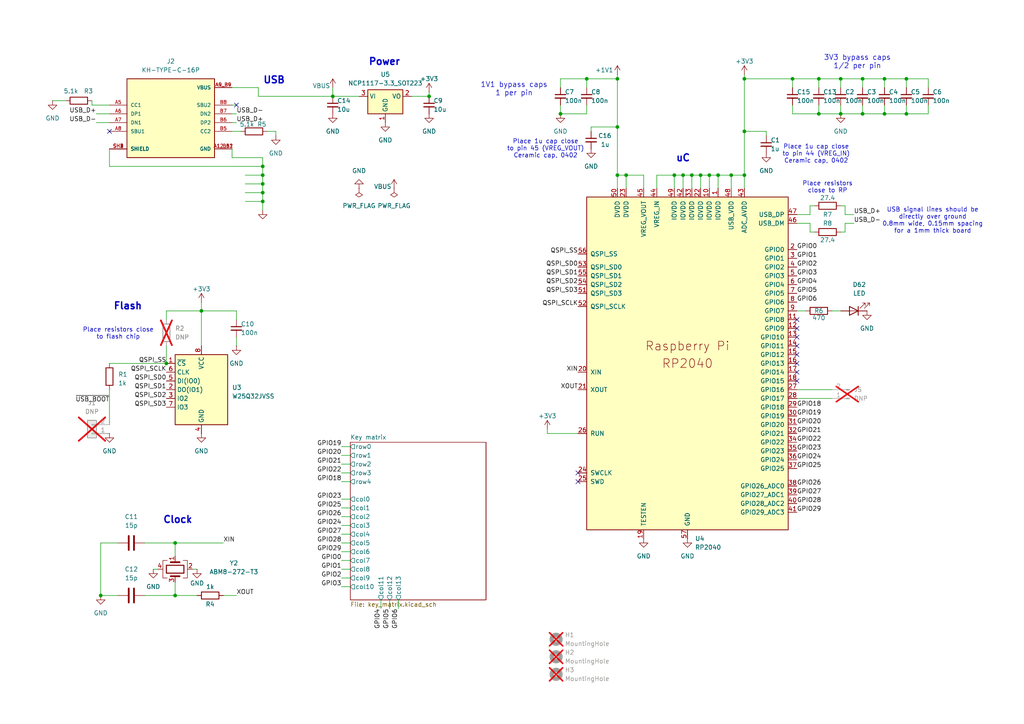
<source format=kicad_sch>
(kicad_sch (version 20231120) (generator "eeschema") (generator_version "8.0")
  (paper "A4")
  (title_block (title "Keyboard MK1") (date "2024-03-18") (rev "1") (company "Lard co"))
  (lib_symbols
    (symbol "Connector:Conn_01x02_Pin" (pin_names (offset 1.016) hide)
      (property "Reference" "J" (at 0 2.54 0))
      (property "Value" "Conn_01x02_Pin" (at 0 -5.08 0))
      (symbol "Conn_01x02_Pin_1_1"
        (polyline (pts (xy 1.27 -2.54) (xy 0.8636 -2.54)) (stroke (width 0.1524)))
        (polyline (pts (xy 1.27 0) (xy 0.8636 0)) (stroke (width 0.1524)))
        (rectangle (start 0.8636 -2.413) (end 0 -2.667) (stroke (width 0.1524)) (fill (type outline)))
        (rectangle (start 0.8636 0.127) (end 0 -0.127) (stroke (width 0.1524)) (fill (type outline)))
        (pin passive line (at 5.08 0 180) (length 3.81) (name "Pin_1") (number "1"))
        (pin passive line (at 5.08 -2.54 180) (length 3.81) (name "Pin_2") (number "2"))
      )
    )
    (symbol "Connector_Generic:Conn_01x02" (pin_names (offset 1.016) hide)
      (property "Reference" "J" (at 0 2.54 0))
      (property "Value" "Conn_01x02" (at 0 -5.08 0))
      (symbol "Conn_01x02_1_1"
        (rectangle (start -1.27 -2.413) (end 0 -2.667) (stroke (width 0.1524)))
        (rectangle (start -1.27 0.127) (end 0 -0.127) (stroke (width 0.1524)))
        (rectangle (start -1.27 1.27) (end 1.27 -3.81) (stroke (width 0.254)) (fill (type background)))
        (pin passive line (at -5.08 0 0) (length 3.81) (name "Pin_1") (number "1"))
        (pin passive line (at -5.08 -2.54 0) (length 3.81) (name "Pin_2") (number "2"))
      )
    )
    (symbol "Device:C" (pin_numbers hide) (pin_names (offset 0.254))
      (property "Reference" "C" (at 0.635 2.54 0))
      (property "Value" "C" (at 0.635 -2.54 0))
      (symbol "C_0_1"
        (polyline (pts (xy -2.032 -0.762) (xy 2.032 -0.762)) (stroke (width 0.508)))
        (polyline (pts (xy -2.032 0.762) (xy 2.032 0.762)) (stroke (width 0.508)))
      )
      (symbol "C_1_1"
        (pin passive line (at 0 3.81 270) (length 2.794) (name "~") (number "1"))
        (pin passive line (at 0 -3.81 90) (length 2.794) (name "~") (number "2"))
      )
    )
    (symbol "Device:C_Small" (pin_numbers hide) (pin_names (offset 0.254) hide)
      (property "Reference" "C" (at 0.254 1.778 0))
      (property "Value" "C_Small" (at 0.254 -2.032 0))
      (symbol "C_Small_0_1"
        (polyline (pts (xy -1.524 -0.508) (xy 1.524 -0.508)) (stroke (width 0.3302)))
        (polyline (pts (xy -1.524 0.508) (xy 1.524 0.508)) (stroke (width 0.3048)))
      )
      (symbol "C_Small_1_1"
        (pin passive line (at 0 2.54 270) (length 2.032) (name "~") (number "1"))
        (pin passive line (at 0 -2.54 90) (length 2.032) (name "~") (number "2"))
      )
    )
    (symbol "Device:Crystal_GND24" (pin_names (offset 1.016) hide)
      (property "Reference" "Y" (at 3.175 5.08 0))
      (property "Value" "Crystal_GND24" (at 3.175 3.175 0))
      (symbol "Crystal_GND24_0_1"
        (rectangle (start -1.143 2.54) (end 1.143 -2.54) (stroke (width 0.3048)))
        (polyline (pts (xy -2.54 0) (xy -2.032 0)))
        (polyline (pts (xy -2.032 -1.27) (xy -2.032 1.27)) (stroke (width 0.508)))
        (polyline (pts (xy 0 -3.81) (xy 0 -3.556)))
        (polyline (pts (xy 0 3.556) (xy 0 3.81)))
        (polyline (pts (xy 2.032 -1.27) (xy 2.032 1.27)) (stroke (width 0.508)))
        (polyline (pts (xy 2.032 0) (xy 2.54 0)))
        (polyline (pts (xy -2.54 -2.286) (xy -2.54 -3.556) (xy 2.54 -3.556) (xy 2.54 -2.286)))
        (polyline (pts (xy -2.54 2.286) (xy -2.54 3.556) (xy 2.54 3.556) (xy 2.54 2.286)))
      )
      (symbol "Crystal_GND24_1_1"
        (pin passive line (at -3.81 0 0) (length 1.27) (name "1") (number "1"))
        (pin passive line (at 0 5.08 270) (length 1.27) (name "2") (number "2"))
        (pin passive line (at 3.81 0 180) (length 1.27) (name "3") (number "3"))
        (pin passive line (at 0 -5.08 90) (length 1.27) (name "4") (number "4"))
      )
    )
    (symbol "Device:LED" (pin_numbers hide) (pin_names (offset 1.016) hide)
      (property "Reference" "D" (at 0 2.54 0))
      (property "Value" "LED" (at 0 -2.54 0))
      (symbol "LED_0_1"
        (polyline (pts (xy -1.27 -1.27) (xy -1.27 1.27)) (stroke (width 0.254)))
        (polyline (pts (xy -1.27 0) (xy 1.27 0)))
        (polyline (pts (xy 1.27 -1.27) (xy 1.27 1.27) (xy -1.27 0) (xy 1.27 -1.27)) (stroke (width 0.254)))
        (polyline (pts (xy -3.048 -0.762) (xy -4.572 -2.286) (xy -3.81 -2.286) (xy -4.572 -2.286) (xy -4.572 -1.524)))
        (polyline (pts (xy -1.778 -0.762) (xy -3.302 -2.286) (xy -2.54 -2.286) (xy -3.302 -2.286) (xy -3.302 -1.524)))
      )
      (symbol "LED_1_1"
        (pin passive line (at -3.81 0 0) (length 2.54) (name "K") (number "1"))
        (pin passive line (at 3.81 0 180) (length 2.54) (name "A") (number "2"))
      )
    )
    (symbol "Device:R" (pin_numbers hide) (pin_names (offset 0))
      (property "Reference" "R" (at 2.032 0 90))
      (property "Value" "R" (at 0 0 90))
      (symbol "R_0_1"
        (rectangle (start -1.016 -2.54) (end 1.016 2.54) (stroke (width 0.254)))
      )
      (symbol "R_1_1"
        (pin passive line (at 0 3.81 270) (length 1.27) (name "~") (number "1"))
        (pin passive line (at 0 -3.81 90) (length 1.27) (name "~") (number "2"))
      )
    )
    (symbol "KH-TYPE-C-16P:KH-TYPE-C-16P" (pin_names (offset 1.016))
      (property "Reference" "J" (at -12.7 10.922 0))
      (property "Value" "KH-TYPE-C-16P" (at -12.7 -15.24 0))
      (symbol "KH-TYPE-C-16P_0_0"
        (rectangle (start -12.7 -12.7) (end 12.7 10.16) (stroke (width 0.254)) (fill (type background)))
        (pin power_in line (at 17.78 -10.16 180) (length 5.08) (name "GND") (number "A12_B1"))
        (pin power_in line (at 17.78 -10.16 180) (length 5.08) (name "GND") (number "A1_B12"))
        (pin power_in line (at 17.78 7.62 180) (length 5.08) (name "VBUS") (number "A4_B9"))
        (pin bidirectional line (at -17.78 2.54 0) (length 5.08) (name "CC1") (number "A5"))
        (pin bidirectional line (at -17.78 0 0) (length 5.08) (name "DP1") (number "A6"))
        (pin bidirectional line (at -17.78 -2.54 0) (length 5.08) (name "DN1") (number "A7"))
        (pin bidirectional line (at -17.78 -5.08 0) (length 5.08) (name "SBU1") (number "A8"))
        (pin power_in line (at 17.78 7.62 180) (length 5.08) (name "VBUS") (number "A9_B4"))
        (pin bidirectional line (at 17.78 -5.08 180) (length 5.08) (name "CC2") (number "B5"))
        (pin bidirectional line (at 17.78 -2.54 180) (length 5.08) (name "DP2") (number "B6"))
        (pin bidirectional line (at 17.78 0 180) (length 5.08) (name "DN2") (number "B7"))
        (pin bidirectional line (at 17.78 2.54 180) (length 5.08) (name "SBU2") (number "B8"))
        (pin passive line (at -17.78 -10.16 0) (length 5.08) (name "SHIELD") (number "SH1"))
        (pin passive line (at -17.78 -10.16 0) (length 5.08) (name "SHIELD") (number "SH2"))
        (pin passive line (at -17.78 -10.16 0) (length 5.08) (name "SHIELD") (number "SH3"))
        (pin passive line (at -17.78 -10.16 0) (length 5.08) (name "SHIELD") (number "SH4"))
      )
    )
    (symbol "MCU_RaspberryPi_RP2040:RP2040" (pin_names (offset 1.016))
      (property "Reference" "U" (at -29.21 49.53 0))
      (property "Value" "RP2040" (at 24.13 -49.53 0))
      (symbol "RP2040_0_0"
        (text "Raspberry Pi" (at 0 5.08 0) (effects (font (size 2.54 2.54))))
        (text "RP2040" (at 0 0 0) (effects (font (size 2.54 2.54))))
      )
      (symbol "RP2040_0_1"
        (rectangle (start 29.21 48.26) (end -29.21 -48.26) (stroke (width 0.254)) (fill (type background)))
      )
      (symbol "RP2040_1_1"
        (pin power_in line (at 8.89 50.8 270) (length 2.54) (name "IOVDD") (number "1"))
        (pin power_in line (at 6.35 50.8 270) (length 2.54) (name "IOVDD") (number "10"))
        (pin bidirectional line (at 31.75 12.7 180) (length 2.54) (name "GPIO8") (number "11"))
        (pin bidirectional line (at 31.75 10.16 180) (length 2.54) (name "GPIO9") (number "12"))
        (pin bidirectional line (at 31.75 7.62 180) (length 2.54) (name "GPIO10") (number "13"))
        (pin bidirectional line (at 31.75 5.08 180) (length 2.54) (name "GPIO11") (number "14"))
        (pin bidirectional line (at 31.75 2.54 180) (length 2.54) (name "GPIO12") (number "15"))
        (pin bidirectional line (at 31.75 0 180) (length 2.54) (name "GPIO13") (number "16"))
        (pin bidirectional line (at 31.75 -2.54 180) (length 2.54) (name "GPIO14") (number "17"))
        (pin bidirectional line (at 31.75 -5.08 180) (length 2.54) (name "GPIO15") (number "18"))
        (pin passive line (at -12.7 -50.8 90) (length 2.54) (name "TESTEN") (number "19"))
        (pin bidirectional line (at 31.75 33.02 180) (length 2.54) (name "GPIO0") (number "2"))
        (pin input line (at -31.75 -2.54 0) (length 2.54) (name "XIN") (number "20"))
        (pin passive line (at -31.75 -7.62 0) (length 2.54) (name "XOUT") (number "21"))
        (pin power_in line (at 3.81 50.8 270) (length 2.54) (name "IOVDD") (number "22"))
        (pin power_in line (at -17.78 50.8 270) (length 2.54) (name "DVDD") (number "23"))
        (pin output line (at -31.75 -31.75 0) (length 2.54) (name "SWCLK") (number "24"))
        (pin bidirectional line (at -31.75 -34.29 0) (length 2.54) (name "SWD") (number "25"))
        (pin input line (at -31.75 -20.32 0) (length 2.54) (name "RUN") (number "26"))
        (pin bidirectional line (at 31.75 -7.62 180) (length 2.54) (name "GPIO16") (number "27"))
        (pin bidirectional line (at 31.75 -10.16 180) (length 2.54) (name "GPIO17") (number "28"))
        (pin bidirectional line (at 31.75 -12.7 180) (length 2.54) (name "GPIO18") (number "29"))
        (pin bidirectional line (at 31.75 30.48 180) (length 2.54) (name "GPIO1") (number "3"))
        (pin bidirectional line (at 31.75 -15.24 180) (length 2.54) (name "GPIO19") (number "30"))
        (pin bidirectional line (at 31.75 -17.78 180) (length 2.54) (name "GPIO20") (number "31"))
        (pin bidirectional line (at 31.75 -20.32 180) (length 2.54) (name "GPIO21") (number "32"))
        (pin power_in line (at 1.27 50.8 270) (length 2.54) (name "IOVDD") (number "33"))
        (pin bidirectional line (at 31.75 -22.86 180) (length 2.54) (name "GPIO22") (number "34"))
        (pin bidirectional line (at 31.75 -25.4 180) (length 2.54) (name "GPIO23") (number "35"))
        (pin bidirectional line (at 31.75 -27.94 180) (length 2.54) (name "GPIO24") (number "36"))
        (pin bidirectional line (at 31.75 -30.48 180) (length 2.54) (name "GPIO25") (number "37"))
        (pin bidirectional line (at 31.75 -35.56 180) (length 2.54) (name "GPIO26_ADC0") (number "38"))
        (pin bidirectional line (at 31.75 -38.1 180) (length 2.54) (name "GPIO27_ADC1") (number "39"))
        (pin bidirectional line (at 31.75 27.94 180) (length 2.54) (name "GPIO2") (number "4"))
        (pin bidirectional line (at 31.75 -40.64 180) (length 2.54) (name "GPIO28_ADC2") (number "40"))
        (pin bidirectional line (at 31.75 -43.18 180) (length 2.54) (name "GPIO29_ADC3") (number "41"))
        (pin power_in line (at -1.27 50.8 270) (length 2.54) (name "IOVDD") (number "42"))
        (pin power_in line (at 16.51 50.8 270) (length 2.54) (name "ADC_AVDD") (number "43"))
        (pin power_in line (at -8.89 50.8 270) (length 2.54) (name "VREG_IN") (number "44"))
        (pin power_out line (at -12.7 50.8 270) (length 2.54) (name "VREG_VOUT") (number "45"))
        (pin bidirectional line (at 31.75 40.64 180) (length 2.54) (name "USB_DM") (number "46"))
        (pin bidirectional line (at 31.75 43.18 180) (length 2.54) (name "USB_DP") (number "47"))
        (pin power_in line (at 12.7 50.8 270) (length 2.54) (name "USB_VDD") (number "48"))
        (pin power_in line (at -3.81 50.8 270) (length 2.54) (name "IOVDD") (number "49"))
        (pin bidirectional line (at 31.75 25.4 180) (length 2.54) (name "GPIO3") (number "5"))
        (pin power_in line (at -20.32 50.8 270) (length 2.54) (name "DVDD") (number "50"))
        (pin bidirectional line (at -31.75 20.32 0) (length 2.54) (name "QSPI_SD3") (number "51"))
        (pin output line (at -31.75 16.51 0) (length 2.54) (name "QSPI_SCLK") (number "52"))
        (pin bidirectional line (at -31.75 27.94 0) (length 2.54) (name "QSPI_SD0") (number "53"))
        (pin bidirectional line (at -31.75 22.86 0) (length 2.54) (name "QSPI_SD2") (number "54"))
        (pin bidirectional line (at -31.75 25.4 0) (length 2.54) (name "QSPI_SD1") (number "55"))
        (pin bidirectional line (at -31.75 31.75 0) (length 2.54) (name "QSPI_SS") (number "56"))
        (pin power_in line (at 0 -50.8 90) (length 2.54) (name "GND") (number "57"))
        (pin bidirectional line (at 31.75 22.86 180) (length 2.54) (name "GPIO4") (number "6"))
        (pin bidirectional line (at 31.75 20.32 180) (length 2.54) (name "GPIO5") (number "7"))
        (pin bidirectional line (at 31.75 17.78 180) (length 2.54) (name "GPIO6") (number "8"))
        (pin bidirectional line (at 31.75 15.24 180) (length 2.54) (name "GPIO7") (number "9"))
      )
    )
    (symbol "Mechanical:MountingHole" (pin_names (offset 1.016)) (exclude_from_sim yes) (in_bom no)
      (property "Reference" "H" (at 0 5.08 0))
      (property "Value" "MountingHole" (at 0 3.175 0))
      (symbol "MountingHole_0_1"
        (circle (center 0 0) (radius 1.27) (stroke (width 1.27)))
      )
    )
    (symbol "Memory_Flash:W25Q32JVSS"
      (property "Reference" "U" (at -6.35 11.43 0))
      (property "Value" "W25Q32JVSS" (at 7.62 11.43 0))
      (symbol "W25Q32JVSS_0_1"
        (rectangle (start -7.62 10.16) (end 7.62 -10.16) (stroke (width 0.254)) (fill (type background)))
      )
      (symbol "W25Q32JVSS_1_1"
        (pin input line (at -10.16 7.62 0) (length 2.54) (name "~{CS}") (number "1"))
        (pin bidirectional line (at -10.16 0 0) (length 2.54) (name "DO(IO1)") (number "2"))
        (pin bidirectional line (at -10.16 -2.54 0) (length 2.54) (name "IO2") (number "3"))
        (pin power_in line (at 0 -12.7 90) (length 2.54) (name "GND") (number "4"))
        (pin bidirectional line (at -10.16 2.54 0) (length 2.54) (name "DI(IO0)") (number "5"))
        (pin input line (at -10.16 5.08 0) (length 2.54) (name "CLK") (number "6"))
        (pin bidirectional line (at -10.16 -5.08 0) (length 2.54) (name "IO3") (number "7"))
        (pin power_in line (at 0 12.7 270) (length 2.54) (name "VCC") (number "8"))
      )
    )
    (symbol "Regulator_Linear:NCP1117-3.3_SOT223"
      (property "Reference" "U" (at -3.81 3.175 0))
      (property "Value" "NCP1117-3.3_SOT223" (at 0 3.175 0))
      (symbol "NCP1117-3.3_SOT223_0_1"
        (rectangle (start -5.08 -5.08) (end 5.08 1.905) (stroke (width 0.254)) (fill (type background)))
      )
      (symbol "NCP1117-3.3_SOT223_1_1"
        (pin power_in line (at 0 -7.62 90) (length 2.54) (name "GND") (number "1"))
        (pin power_out line (at 7.62 0 180) (length 2.54) (name "VO") (number "2"))
        (pin power_in line (at -7.62 0 0) (length 2.54) (name "VI") (number "3"))
      )
    )
    (symbol "power:+1V1" (power) (pin_numbers hide) (pin_names (offset 0) hide)
      (property "Value" "+1V1" (at 0 3.556 0))
      (symbol "+1V1_0_1"
        (polyline (pts (xy -0.762 1.27) (xy 0 2.54)))
        (polyline (pts (xy 0 0) (xy 0 2.54)))
        (polyline (pts (xy 0 2.54) (xy 0.762 1.27)))
      )
      (symbol "+1V1_1_1"
        (pin power_in line (at 0 0 90) (length 0) (name "~") (number "1"))
      )
    )
    (symbol "power:+3V3" (power) (pin_numbers hide) (pin_names (offset 0) hide)
      (property "Value" "+3V3" (at 0 3.556 0))
      (symbol "+3V3_0_1"
        (polyline (pts (xy -0.762 1.27) (xy 0 2.54)))
        (polyline (pts (xy 0 0) (xy 0 2.54)))
        (polyline (pts (xy 0 2.54) (xy 0.762 1.27)))
      )
      (symbol "+3V3_1_1"
        (pin power_in line (at 0 0 90) (length 0) (name "~") (number "1"))
      )
    )
    (symbol "power:GND" (power) (pin_numbers hide) (pin_names (offset 0) hide)
      (property "Value" "GND" (at 0 -3.81 0))
      (symbol "GND_0_1"
        (polyline (pts (xy 0 0) (xy 0 -1.27) (xy 1.27 -1.27) (xy 0 -2.54) (xy -1.27 -1.27) (xy 0 -1.27)))
      )
      (symbol "GND_1_1"
        (pin power_in line (at 0 0 270) (length 0) (name "~") (number "1"))
      )
    )
    (symbol "power:PWR_FLAG" (power) (pin_numbers hide) (pin_names (offset 0) hide)
      (property "Value" "PWR_FLAG" (at 0 3.81 0))
      (symbol "PWR_FLAG_0_0"
        (pin power_out line (at 0 0 90) (length 0) (name "~") (number "1"))
      )
      (symbol "PWR_FLAG_0_1"
        (polyline (pts (xy 0 0) (xy 0 1.27) (xy -1.016 1.905) (xy 0 2.54) (xy 1.016 1.905) (xy 0 1.27)))
      )
    )
    (symbol "power:VBUS" (power) (pin_numbers hide) (pin_names (offset 0) hide)
      (property "Value" "VBUS" (at 0 3.556 0))
      (symbol "VBUS_0_1"
        (polyline (pts (xy -0.762 1.27) (xy 0 2.54)))
        (polyline (pts (xy 0 0) (xy 0 2.54)))
        (polyline (pts (xy 0 2.54) (xy 0.762 1.27)))
      )
      (symbol "VBUS_1_1"
        (pin power_in line (at 0 0 90) (length 0) (name "~") (number "1"))
      )
    )
  )
  (junction (at 215.9 22.86))
  (junction (at 243.84 33.02))
  (junction (at 179.07 50.8))
  (junction (at 215.9 38.1))
  (junction (at 200.66 50.8))
  (junction (at 48.26 105.41))
  (junction (at 181.61 50.8))
  (junction (at 76.2 55.88))
  (junction (at 250.19 33.02))
  (junction (at 29.21 172.72))
  (junction (at 76.2 50.8))
  (junction (at 229.87 22.86))
  (junction (at 262.89 22.86))
  (junction (at 256.54 33.02))
  (junction (at 237.49 33.02))
  (junction (at 170.18 22.86))
  (junction (at 262.89 33.02))
  (junction (at 208.28 50.8))
  (junction (at 205.74 50.8))
  (junction (at 203.2 50.8))
  (junction (at 124.46 27.94))
  (junction (at 58.42 90.17))
  (junction (at 212.09 50.8))
  (junction (at 96.52 27.94))
  (junction (at 195.58 50.8))
  (junction (at 198.12 50.8))
  (junction (at 76.2 53.34))
  (junction (at 76.2 48.26))
  (junction (at 256.54 22.86))
  (junction (at 237.49 22.86))
  (junction (at 179.07 22.86))
  (junction (at 243.84 22.86))
  (junction (at 76.2 58.42))
  (junction (at 162.56 33.02))
  (junction (at 179.07 36.83))
  (junction (at 50.8 172.72))
  (junction (at 250.19 22.86))
  (junction (at 50.8 157.48))
  (junction (at 215.9 50.8))
  (no_connect (at 231.14 110.49))
  (no_connect (at 167.64 139.7))
  (no_connect (at 31.75 38.1))
  (no_connect (at 231.14 95.25))
  (no_connect (at 231.14 107.95))
  (no_connect (at 167.64 137.16))
  (no_connect (at 231.14 102.87))
  (no_connect (at 231.14 100.33))
  (no_connect (at 231.14 97.79))
  (no_connect (at 231.14 92.71))
  (no_connect (at 68.58 30.48))
  (no_connect (at 231.14 105.41))
  (wire (pts (xy 170.18 33.02) (xy 162.56 33.02)))
  (wire (pts (xy 99.06 167.64) (xy 101.6 167.64)))
  (wire (pts (xy 96.52 27.94) (xy 104.14 27.94)))
  (wire (pts (xy 181.61 50.8) (xy 186.69 50.8)))
  (wire (pts (xy 115.57 176.53) (xy 115.57 173.99)))
  (wire (pts (xy 234.95 64.77) (xy 234.95 67.31)))
  (wire (pts (xy 250.19 30.48) (xy 250.19 33.02)))
  (wire (pts (xy 231.14 113.03) (xy 241.3 113.03)))
  (wire (pts (xy 170.18 22.86) (xy 179.07 22.86)))
  (wire (pts (xy 212.09 54.61) (xy 212.09 50.8)))
  (wire (pts (xy 67.31 35.56) (xy 68.58 35.56)))
  (wire (pts (xy 76.2 50.8) (xy 76.2 48.26)))
  (wire (pts (xy 71.12 50.8) (xy 76.2 50.8)))
  (wire (pts (xy 243.84 22.86) (xy 250.19 22.86)))
  (wire (pts (xy 215.9 38.1) (xy 222.25 38.1)))
  (wire (pts (xy 31.75 48.26) (xy 76.2 48.26)))
  (wire (pts (xy 44.45 165.1) (xy 45.72 165.1)))
  (wire (pts (xy 162.56 33.02) (xy 162.56 30.48)))
  (wire (pts (xy 80.01 38.1) (xy 80.01 39.37)))
  (wire (pts (xy 203.2 50.8) (xy 205.74 50.8)))
  (wire (pts (xy 162.56 22.86) (xy 170.18 22.86)))
  (wire (pts (xy 245.11 64.77) (xy 245.11 67.31)))
  (wire (pts (xy 31.75 113.03) (xy 31.75 123.19)))
  (wire (pts (xy 269.24 30.48) (xy 269.24 33.02)))
  (wire (pts (xy 58.42 90.17) (xy 58.42 100.33)))
  (wire (pts (xy 200.66 50.8) (xy 200.66 54.61)))
  (wire (pts (xy 26.67 29.21) (xy 26.67 30.48)))
  (wire (pts (xy 57.15 165.1) (xy 55.88 165.1)))
  (wire (pts (xy 48.26 92.71) (xy 48.26 90.17)))
  (wire (pts (xy 76.2 53.34) (xy 76.2 50.8)))
  (wire (pts (xy 215.9 38.1) (xy 215.9 50.8)))
  (wire (pts (xy 215.9 54.61) (xy 215.9 50.8)))
  (wire (pts (xy 99.06 147.32) (xy 101.6 147.32)))
  (wire (pts (xy 229.87 33.02) (xy 237.49 33.02)))
  (wire (pts (xy 68.58 97.79) (xy 68.58 100.33)))
  (wire (pts (xy 179.07 50.8) (xy 181.61 50.8)))
  (wire (pts (xy 215.9 22.86) (xy 215.9 38.1)))
  (wire (pts (xy 50.8 172.72) (xy 57.15 172.72)))
  (wire (pts (xy 237.49 33.02) (xy 243.84 33.02)))
  (wire (pts (xy 99.06 165.1) (xy 101.6 165.1)))
  (wire (pts (xy 179.07 21.59) (xy 179.07 22.86)))
  (wire (pts (xy 27.94 33.02) (xy 31.75 33.02)))
  (wire (pts (xy 179.07 22.86) (xy 179.07 36.83)))
  (wire (pts (xy 27.94 35.56) (xy 31.75 35.56)))
  (wire (pts (xy 186.69 54.61) (xy 186.69 50.8)))
  (wire (pts (xy 234.95 59.69) (xy 234.95 62.23)))
  (wire (pts (xy 76.2 55.88) (xy 76.2 53.34)))
  (wire (pts (xy 69.85 38.1) (xy 67.31 38.1)))
  (wire (pts (xy 76.2 58.42) (xy 76.2 55.88)))
  (wire (pts (xy 181.61 54.61) (xy 181.61 50.8)))
  (wire (pts (xy 198.12 50.8) (xy 198.12 54.61)))
  (wire (pts (xy 99.06 160.02) (xy 101.6 160.02)))
  (wire (pts (xy 67.31 45.72) (xy 76.2 45.72)))
  (wire (pts (xy 262.89 22.86) (xy 269.24 22.86)))
  (wire (pts (xy 237.49 30.48) (xy 237.49 33.02)))
  (wire (pts (xy 231.14 90.17) (xy 233.68 90.17)))
  (wire (pts (xy 15.24 29.21) (xy 19.05 29.21)))
  (wire (pts (xy 250.19 22.86) (xy 250.19 25.4)))
  (wire (pts (xy 26.67 30.48) (xy 31.75 30.48)))
  (wire (pts (xy 234.95 59.69) (xy 236.22 59.69)))
  (wire (pts (xy 124.46 27.94) (xy 119.38 27.94)))
  (wire (pts (xy 96.52 25.4) (xy 96.52 27.94)))
  (wire (pts (xy 256.54 30.48) (xy 256.54 33.02)))
  (wire (pts (xy 68.58 172.72) (xy 64.77 172.72)))
  (wire (pts (xy 203.2 50.8) (xy 203.2 54.61)))
  (wire (pts (xy 67.31 45.72) (xy 67.31 43.18)))
  (wire (pts (xy 58.42 87.63) (xy 58.42 90.17)))
  (wire (pts (xy 195.58 54.61) (xy 195.58 50.8)))
  (wire (pts (xy 67.31 33.02) (xy 68.58 33.02)))
  (wire (pts (xy 200.66 50.8) (xy 203.2 50.8)))
  (wire (pts (xy 256.54 22.86) (xy 262.89 22.86)))
  (wire (pts (xy 99.06 152.4) (xy 101.6 152.4)))
  (wire (pts (xy 179.07 50.8) (xy 179.07 54.61)))
  (wire (pts (xy 229.87 30.48) (xy 229.87 33.02)))
  (wire (pts (xy 50.8 168.91) (xy 50.8 172.72)))
  (wire (pts (xy 190.5 54.61) (xy 190.5 50.8)))
  (wire (pts (xy 41.91 157.48) (xy 50.8 157.48)))
  (wire (pts (xy 243.84 59.69) (xy 245.11 59.69)))
  (wire (pts (xy 158.75 125.73) (xy 167.64 125.73)))
  (wire (pts (xy 243.84 22.86) (xy 243.84 25.4)))
  (wire (pts (xy 71.12 55.88) (xy 76.2 55.88)))
  (wire (pts (xy 250.19 33.02) (xy 256.54 33.02)))
  (wire (pts (xy 234.95 62.23) (xy 231.14 62.23)))
  (wire (pts (xy 58.42 90.17) (xy 68.58 90.17)))
  (wire (pts (xy 158.75 124.46) (xy 158.75 125.73)))
  (wire (pts (xy 262.89 22.86) (xy 262.89 25.4)))
  (wire (pts (xy 68.58 90.17) (xy 68.58 92.71)))
  (wire (pts (xy 71.12 53.34) (xy 76.2 53.34)))
  (wire (pts (xy 124.46 26.67) (xy 124.46 27.94)))
  (wire (pts (xy 99.06 149.86) (xy 101.6 149.86)))
  (wire (pts (xy 170.18 22.86) (xy 170.18 25.4)))
  (wire (pts (xy 76.2 60.96) (xy 76.2 58.42)))
  (wire (pts (xy 215.9 21.59) (xy 215.9 22.86)))
  (wire (pts (xy 99.06 134.62) (xy 101.6 134.62)))
  (wire (pts (xy 99.06 129.54) (xy 101.6 129.54)))
  (wire (pts (xy 245.11 67.31) (xy 243.84 67.31)))
  (wire (pts (xy 71.12 58.42) (xy 76.2 58.42)))
  (wire (pts (xy 31.75 105.41) (xy 48.26 105.41)))
  (wire (pts (xy 99.06 157.48) (xy 101.6 157.48)))
  (wire (pts (xy 245.11 62.23) (xy 247.65 62.23)))
  (wire (pts (xy 215.9 50.8) (xy 212.09 50.8)))
  (wire (pts (xy 234.95 67.31) (xy 236.22 67.31)))
  (wire (pts (xy 198.12 50.8) (xy 200.66 50.8)))
  (wire (pts (xy 222.25 38.1) (xy 222.25 39.37)))
  (wire (pts (xy 99.06 154.94) (xy 101.6 154.94)))
  (wire (pts (xy 237.49 22.86) (xy 243.84 22.86)))
  (wire (pts (xy 215.9 22.86) (xy 229.87 22.86)))
  (wire (pts (xy 162.56 22.86) (xy 162.56 25.4)))
  (wire (pts (xy 243.84 33.02) (xy 250.19 33.02)))
  (wire (pts (xy 41.91 172.72) (xy 50.8 172.72)))
  (wire (pts (xy 195.58 50.8) (xy 198.12 50.8)))
  (wire (pts (xy 243.84 30.48) (xy 243.84 33.02)))
  (wire (pts (xy 212.09 50.8) (xy 208.28 50.8)))
  (wire (pts (xy 250.19 22.86) (xy 256.54 22.86)))
  (wire (pts (xy 205.74 50.8) (xy 208.28 50.8)))
  (wire (pts (xy 179.07 36.83) (xy 179.07 50.8)))
  (wire (pts (xy 29.21 172.72) (xy 34.29 172.72)))
  (wire (pts (xy 80.01 38.1) (xy 77.47 38.1)))
  (wire (pts (xy 269.24 22.86) (xy 269.24 25.4)))
  (wire (pts (xy 113.03 176.53) (xy 113.03 173.99)))
  (wire (pts (xy 231.14 64.77) (xy 234.95 64.77)))
  (wire (pts (xy 262.89 33.02) (xy 269.24 33.02)))
  (wire (pts (xy 48.26 100.33) (xy 48.26 105.41)))
  (wire (pts (xy 31.75 48.26) (xy 31.75 43.18)))
  (wire (pts (xy 99.06 170.18) (xy 101.6 170.18)))
  (wire (pts (xy 99.06 162.56) (xy 101.6 162.56)))
  (wire (pts (xy 29.21 157.48) (xy 29.21 172.72)))
  (wire (pts (xy 48.26 90.17) (xy 58.42 90.17)))
  (wire (pts (xy 171.45 38.1) (xy 171.45 36.83)))
  (wire (pts (xy 245.11 64.77) (xy 247.65 64.77)))
  (wire (pts (xy 229.87 22.86) (xy 229.87 25.4)))
  (wire (pts (xy 67.31 30.48) (xy 68.58 30.48)))
  (wire (pts (xy 99.06 132.08) (xy 101.6 132.08)))
  (wire (pts (xy 262.89 30.48) (xy 262.89 33.02)))
  (wire (pts (xy 74.93 27.94) (xy 96.52 27.94)))
  (wire (pts (xy 241.3 90.17) (xy 243.84 90.17)))
  (wire (pts (xy 99.06 144.78) (xy 101.6 144.78)))
  (wire (pts (xy 256.54 33.02) (xy 262.89 33.02)))
  (wire (pts (xy 50.8 157.48) (xy 64.77 157.48)))
  (wire (pts (xy 229.87 22.86) (xy 237.49 22.86)))
  (wire (pts (xy 205.74 50.8) (xy 205.74 54.61)))
  (wire (pts (xy 29.21 157.48) (xy 34.29 157.48)))
  (wire (pts (xy 170.18 30.48) (xy 170.18 33.02)))
  (wire (pts (xy 99.06 137.16) (xy 101.6 137.16)))
  (wire (pts (xy 208.28 50.8) (xy 208.28 54.61)))
  (wire (pts (xy 231.14 115.57) (xy 241.3 115.57)))
  (wire (pts (xy 237.49 22.86) (xy 237.49 25.4)))
  (wire (pts (xy 74.93 25.4) (xy 74.93 27.94)))
  (wire (pts (xy 76.2 48.26) (xy 76.2 45.72)))
  (wire (pts (xy 190.5 50.8) (xy 195.58 50.8)))
  (wire (pts (xy 245.11 59.69) (xy 245.11 62.23)))
  (wire (pts (xy 256.54 22.86) (xy 256.54 25.4)))
  (wire (pts (xy 171.45 36.83) (xy 179.07 36.83)))
  (wire (pts (xy 99.06 139.7) (xy 101.6 139.7)))
  (wire (pts (xy 67.31 25.4) (xy 74.93 25.4)))
  (wire (pts (xy 110.49 176.53) (xy 110.49 173.99)))
  (wire (pts (xy 50.8 161.29) (xy 50.8 157.48)))
  (text "Place 1u cap close\nto pin 45 (VREG_VOUT)\nCeramic cap, 0402" (at 158.242 43.18 0) (effects (font (size 1.27 1.27))))
  (text "1V1 bypass caps\n1 per pin" (at 149.098 25.908 0) (effects (font (size 1.5 1.5))))
  (text "Flash" (at 37.084 88.9 0) (effects (font (size 2 2) (thickness 0.4) (bold yes))))
  (text "3V3 bypass caps\n1/2 per pin" (at 248.666 18.034 0) (effects (font (size 1.5 1.5))))
  (text "Place 1u cap close\nto pin 44 (VREG_IN)\nCeramic cap, 0402" (at 236.728 44.704 0) (effects (font (size 1.27 1.27))))
  (text "Place resistors\nclose to RP" (at 240.03 54.356 0) (effects (font (size 1.27 1.27))))
  (text "USB" (at 79.502 23.368 0) (effects (font (size 2 2) (thickness 0.4) (bold yes))))
  (text "Place resistors close\nto flash chip" (at 34.29 96.774 0) (effects (font (size 1.27 1.27))))
  (text "Clock" (at 51.562 150.876 0) (effects (font (size 2 2) (thickness 0.4) (bold yes))))
  (text "uC" (at 198.12 45.974 0) (effects (font (size 2 2) (thickness 0.4) (bold yes))))
  (text "USB signal lines should be\ndirectly over ground\n0.8mm wide, 0.15mm spacing\nfor a 1mm thick board" (at 270.51 64.008 0) (effects (font (size 1.27 1.27))))
  (text "Power" (at 111.506 18.034 0) (effects (font (size 2 2) (thickness 0.4) (bold yes))))
  (label "QSPI_SS" (at 48.26 105.41 180))
  (label "GPIO22" (at 99.06 137.16 180))
  (label "USB_D-" (at 27.94 35.56 180))
  (label "GPIO26" (at 231.14 140.97 0))
  (label "GPIO1" (at 231.14 74.93 0))
  (label "XIN" (at 64.77 157.48 0))
  (label "~{USB_BOOT}" (at 31.75 116.84 180))
  (label "GPIO6" (at 231.14 87.63 0))
  (label "GPIO4" (at 110.49 176.53 270))
  (label "USB_D-" (at 247.65 64.77 0))
  (label "QSPI_SCLK" (at 167.64 88.9 180))
  (label "GPIO23" (at 99.06 144.78 180))
  (label "USB_D+" (at 68.58 35.56 0))
  (label "GPIO24" (at 231.14 133.35 0))
  (label "GPIO6" (at 115.57 176.53 270))
  (label "GPIO27" (at 99.06 154.94 180))
  (label "GPIO23" (at 231.14 130.81 0))
  (label "GPIO1" (at 99.06 165.1 180))
  (label "GPIO29" (at 99.06 160.02 180))
  (label "QSPI_SCLK" (at 48.26 107.95 180))
  (label "GPIO5" (at 113.03 176.53 270))
  (label "USB_D+" (at 27.94 33.02 180))
  (label "XIN" (at 167.64 107.95 180))
  (label "USB_D-" (at 68.58 33.02 0))
  (label "GPIO22" (at 231.14 128.27 0))
  (label "XOUT" (at 167.64 113.03 180))
  (label "GPIO5" (at 231.14 85.09 0))
  (label "GPIO18" (at 231.14 118.11 0))
  (label "QSPI_SD2" (at 48.26 115.57 180))
  (label "GPIO28" (at 231.14 146.05 0))
  (label "GPIO0" (at 99.06 162.56 180))
  (label "GPIO29" (at 231.14 148.59 0))
  (label "GPIO28" (at 99.06 157.48 180))
  (label "GPIO20" (at 99.06 132.08 180))
  (label "QSPI_SD0" (at 167.64 77.47 180))
  (label "GPIO18" (at 99.06 139.7 180))
  (label "GPIO19" (at 231.14 120.65 0))
  (label "GPIO3" (at 231.14 80.01 0))
  (label "GPIO3" (at 99.06 170.18 180))
  (label "GPIO24" (at 99.06 152.4 180))
  (label "GPIO0" (at 231.14 72.39 0))
  (label "GPIO21" (at 99.06 134.62 180))
  (label "QSPI_SD3" (at 167.64 85.09 180))
  (label "GPIO25" (at 99.06 147.32 180))
  (label "USB_D+" (at 247.65 62.23 0))
  (label "GPIO19" (at 99.06 129.54 180))
  (label "XOUT" (at 68.58 172.72 0))
  (label "GPIO2" (at 99.06 167.64 180))
  (label "QSPI_SD1" (at 167.64 80.01 180))
  (label "GPIO26" (at 99.06 149.86 180))
  (label "GPIO21" (at 231.14 125.73 0))
  (label "GPIO20" (at 231.14 123.19 0))
  (label "QSPI_SD3" (at 48.26 118.11 180))
  (label "GPIO25" (at 231.14 135.89 0))
  (label "QSPI_SD0" (at 48.26 110.49 180))
  (label "QSPI_SD2" (at 167.64 82.55 180))
  (label "GPIO4" (at 231.14 82.55 0))
  (label "QSPI_SS" (at 167.64 73.66 180))
  (label "GPIO2" (at 231.14 77.47 0))
  (label "GPIO27" (at 231.14 143.51 0))
  (label "QSPI_SD1" (at 48.26 113.03 180))
  (symbol (lib_id "power:PWR_FLAG") (at 104.14 54.61 180) (unit 1)
    (property "Reference" "#FLG01" (effects (hide yes)))
    (property "Value" "PWR_FLAG" (at 104.14 59.69 0))
    (property "Description" "Special symbol for telling ERC where power comes from" (effects (hide yes)))
  )
  (symbol (lib_id "power:GND") (at 104.14 54.61 180) (unit 1)
    (property "Reference" "#PWR025" (effects (hide yes)))
    (property "Value" "GND" (at 104.14 49.53 0))
    (property "Description" "Power symbol creates a global label with name \"GND\" , ground" (effects (hide yes)))
  )
  (symbol (lib_id "Device:R") (at 73.66 38.1 270) (unit 1)
    (property "Reference" "R5" (at 75.946 36.068 90))
    (property "Value" "5.1k" (at 71.628 36.068 90))
    (property "Footprint" "Resistor_SMD:R_0402_1005Metric" (effects (hide yes)))
  )
  (symbol (lib_id "power:GND") (at 199.39 156.21 0) (unit 1)
    (property "Reference" "#PWR06" (effects (hide yes)))
    (property "Value" "GND" (at 199.39 161.29 0))
    (property "Description" "Power symbol creates a global label with name \"GND\" , ground" (effects (hide yes)))
  )
  (symbol (lib_id "Device:C_Small") (at 162.56 27.94 0) (unit 1)
    (property "Reference" "C7" (at 163.83 26.67 0) (effects (justify left)))
    (property "Value" "100n" (at 163.83 29.21 0) (effects (justify left)))
    (property "Footprint" "Capacitor_SMD:C_0402_1005Metric" (effects (hide yes)))
  )
  (symbol (lib_id "power:GND") (at 96.52 33.02 0) (unit 1)
    (property "Reference" "#PWR014" (effects (hide yes)))
    (property "Value" "GND" (at 96.52 38.1 0))
    (property "Description" "Power symbol creates a global label with name \"GND\" , ground" (effects (hide yes)))
  )
  (symbol (lib_id "power:GND") (at 111.76 35.56 0) (unit 1)
    (property "Reference" "#PWR05" (effects (hide yes)))
    (property "Value" "GND" (at 111.76 40.64 0))
    (property "Description" "Power symbol creates a global label with name \"GND\" , ground" (effects (hide yes)))
  )
  (symbol (lib_id "Device:C_Small") (at 124.46 30.48 0) (unit 1)
    (property "Reference" "C9" (at 125.73 29.21 0) (effects (justify left)))
    (property "Value" "10u" (at 125.73 31.75 0) (effects (justify left)))
    (property "Footprint" "Capacitor_SMD:C_0805_2012Metric" (effects (hide yes)))
  )
  (symbol (lib_id "Device:C_Small") (at 170.18 27.94 0) (unit 1)
    (property "Reference" "C8" (at 171.45 26.67 0) (effects (justify left)))
    (property "Value" "100n" (at 171.45 29.21 0) (effects (justify left)))
    (property "Footprint" "Capacitor_SMD:C_0402_1005Metric" (effects (hide yes)))
  )
  (symbol (lib_id "power:GND") (at 124.46 33.02 0) (unit 1)
    (property "Reference" "#PWR012" (effects (hide yes)))
    (property "Value" "GND" (at 124.46 38.1 0))
    (property "Description" "Power symbol creates a global label with name \"GND\" , ground" (effects (hide yes)))
  )
  (symbol (lib_id "power:GND") (at 58.42 125.73 0) (unit 1)
    (property "Reference" "#PWR07" (effects (hide yes)))
    (property "Value" "GND" (at 58.42 130.81 0))
    (property "Description" "Power symbol creates a global label with name \"GND\" , ground" (effects (hide yes)))
  )
  (symbol (lib_id "Device:C_Small") (at 269.24 27.94 0) (unit 1)
    (property "Reference" "C6" (at 270.51 26.67 0) (effects (justify left)))
    (property "Value" "100n" (at 270.51 29.21 0) (effects (justify left)))
    (property "Footprint" "Capacitor_SMD:C_0402_1005Metric" (effects (hide yes)))
  )
  (symbol (lib_id "Device:C_Small") (at 243.84 27.94 0) (unit 1)
    (property "Reference" "C2" (at 245.11 26.67 0) (effects (justify left)))
    (property "Value" "100n" (at 245.11 29.21 0) (effects (justify left)))
    (property "Footprint" "Capacitor_SMD:C_0402_1005Metric" (effects (hide yes)))
  )
  (symbol (lib_id "power:GND") (at 222.25 44.45 0) (unit 1)
    (property "Reference" "#PWR023" (effects (hide yes)))
    (property "Value" "GND" (at 222.25 49.53 0))
    (property "Description" "Power symbol creates a global label with name \"GND\" , ground" (effects (hide yes)))
  )
  (symbol (lib_id "Device:R") (at 22.86 29.21 270) (unit 1)
    (property "Reference" "R3" (at 25.654 26.416 90))
    (property "Value" "5.1k" (at 20.574 26.416 90))
    (property "Footprint" "Resistor_SMD:R_0402_1005Metric" (effects (hide yes)))
  )
  (symbol (lib_id "power:+3V3") (at 124.46 26.67 0) (unit 1)
    (property "Reference" "#PWR016" (effects (hide yes)))
    (property "Value" "+3V3" (at 124.46 22.86 0))
    (property "Description" "Power symbol creates a global label with name \"+3V3\"" (effects (hide yes)))
  )
  (symbol (lib_id "Device:R") (at 240.03 59.69 90) (unit 1)
    (property "Reference" "R7" (at 240.03 62.23 90))
    (property "Value" "27.4" (at 240.03 57.404 90))
    (property "Footprint" "Resistor_SMD:R_0402_1005Metric" (effects (hide yes)))
    (property "Description" "Resistor" (effects (hide yes)))
  )
  (symbol (lib_id "power:GND") (at 31.75 125.73 0) (unit 1)
    (property "Reference" "#PWR09" (effects (hide yes)))
    (property "Value" "GND" (at 31.75 130.81 0))
    (property "Description" "Power symbol creates a global label with name \"GND\" , ground" (effects (hide yes)))
  )
  (symbol (lib_id "Device:R") (at 48.26 96.52 0) (unit 1) (exclude_from_sim yes) (dnp yes)
    (property "Reference" "R2" (at 50.8 95.2499 0) (effects (justify left)))
    (property "Value" "DNP" (at 50.8 97.7899 0) (effects (justify left)))
    (property "Footprint" "Resistor_SMD:R_0402_1005Metric" (effects (hide yes)))
  )
  (symbol (lib_id "power:+3V3") (at 215.9 21.59 0) (unit 1)
    (property "Reference" "#PWR015" (effects (hide yes)))
    (property "Value" "+3V3" (at 215.9 17.78 0))
    (property "Description" "Power symbol creates a global label with name \"+3V3\"" (effects (hide yes)))
  )
  (symbol (lib_id "Device:C") (at 38.1 157.48 90) (unit 1)
    (property "Reference" "C11" (at 38.1 149.86 90))
    (property "Value" "15p" (at 38.1 152.4 90))
    (property "Footprint" "Capacitor_SMD:C_0402_1005Metric" (effects (hide yes)))
    (property "Description" "Unpolarized capacitor" (effects (hide yes)))
  )
  (symbol (lib_id "power:GND") (at 171.45 43.18 0) (unit 1)
    (property "Reference" "#PWR020" (effects (hide yes)))
    (property "Value" "GND" (at 171.45 48.26 0))
    (property "Description" "Power symbol creates a global label with name \"GND\" , ground" (effects (hide yes)))
  )
  (symbol (lib_id "Device:C_Small") (at 222.25 41.91 0) (unit 1)
    (property "Reference" "C1" (at 223.52 40.64 0) (effects (justify left)))
    (property "Value" "1u" (at 223.52 43.18 0) (effects (justify left)))
    (property "Footprint" "Capacitor_SMD:C_0402_1005Metric" (effects (hide yes)))
  )
  (symbol (lib_id "Device:R") (at 240.03 67.31 270) (unit 1)
    (property "Reference" "R8" (at 240.03 64.77 90))
    (property "Value" "27.4" (at 240.03 69.596 90))
    (property "Footprint" "Resistor_SMD:R_0402_1005Metric" (effects (hide yes)))
    (property "Description" "Resistor" (effects (hide yes)))
  )
  (symbol (lib_id "Connector:Conn_01x02_Pin") (at 246.38 115.57 180) (unit 1) (dnp yes)
    (property "Reference" "J5" (at 247.65 113.0299 0) (effects (justify right)))
    (property "Value" "DNP" (at 247.65 115.5699 0) (effects (justify right)))
    (property "Footprint" "Connector_PinHeader_2.00mm:PinHeader_1x02_P2.00mm_Vertical" (effects (hide yes)))
    (property "Description" "Generic connector, single row, 01x02, script generated" (effects (hide yes)))
  )
  (symbol (lib_id "Device:C") (at 38.1 172.72 90) (unit 1)
    (property "Reference" "C12" (at 38.1 165.1 90))
    (property "Value" "15p" (at 38.1 167.64 90))
    (property "Footprint" "Capacitor_SMD:C_0402_1005Metric" (effects (hide yes)))
    (property "Description" "Unpolarized capacitor" (effects (hide yes)))
  )
  (symbol (lib_id "Regulator_Linear:NCP1117-3.3_SOT223") (at 111.76 27.94 0) (unit 1)
    (property "Reference" "U5" (at 111.76 21.59 0))
    (property "Value" "NCP1117-3.3_SOT223" (at 111.76 24.13 0))
    (property "Footprint" "Package_TO_SOT_SMD:SOT-223-3_TabPin2" (effects (hide yes)))
    (property "Datasheet" "http://www.onsemi.com/pub_link/Collateral/NCP1117-D.PDF" (effects (hide yes)))
    (property "Description" "1A Low drop-out regulator, Fixed Output 3.3V, SOT-223" (effects (hide yes)))
  )
  (symbol (lib_id "Device:C_Small") (at 68.58 95.25 0) (unit 1)
    (property "Reference" "C10" (at 69.85 93.98 0) (effects (justify left)))
    (property "Value" "100n" (at 69.85 96.52 0) (effects (justify left)))
    (property "Footprint" "Capacitor_SMD:C_0402_1005Metric" (effects (hide yes)))
  )
  (symbol (lib_id "power:GND") (at 243.84 33.02 0) (unit 1)
    (property "Reference" "#PWR04" (effects (hide yes)))
    (property "Value" "GND" (at 243.84 38.1 0))
    (property "Description" "Power symbol creates a global label with name \"GND\" , ground" (effects (hide yes)))
  )
  (symbol (lib_id "power:VBUS") (at 96.52 25.4 0) (unit 1)
    (property "Reference" "#PWR013" (effects (hide yes)))
    (property "Value" "VBUS" (at 93.218 24.892 0))
    (property "Description" "Power symbol creates a global label with name \"VBUS\"" (effects (hide yes)))
  )
  (symbol (lib_id "power:+1V1") (at 179.07 21.59 0) (unit 1)
    (property "Reference" "#PWR022" (effects (hide yes)))
    (property "Value" "+1V1" (at 175.26 20.32 0))
    (property "Description" "Power symbol creates a global label with name \"+1V1\"" (effects (hide yes)))
  )
  (symbol (lib_id "Device:C_Small") (at 262.89 27.94 0) (unit 1)
    (property "Reference" "C5" (at 264.16 26.67 0) (effects (justify left)))
    (property "Value" "100n" (at 264.16 29.21 0) (effects (justify left)))
    (property "Footprint" "Capacitor_SMD:C_0402_1005Metric" (effects (hide yes)))
  )
  (symbol (lib_id "Device:LED") (at 247.65 90.17 180) (unit 1)
    (property "Reference" "D62" (at 249.2375 82.55 0))
    (property "Value" "LED" (at 249.2375 85.09 0))
    (property "Footprint" "LED_SMD:LED_0805_2012Metric" (effects (hide yes)))
    (property "Description" "Light emitting diode" (effects (hide yes)))
  )
  (symbol (lib_id "power:GND") (at 162.56 33.02 0) (unit 1)
    (property "Reference" "#PWR021" (effects (hide yes)))
    (property "Value" "GND" (at 162.56 38.1 0))
    (property "Description" "Power symbol creates a global label with name \"GND\" , ground" (effects (hide yes)))
  )
  (symbol (lib_id "Device:C_Small") (at 96.52 30.48 0) (unit 1)
    (property "Reference" "C14" (at 97.79 29.21 0) (effects (justify left)))
    (property "Value" "10u" (at 97.79 31.75 0) (effects (justify left)))
    (property "Footprint" "Capacitor_SMD:C_0805_2012Metric" (effects (hide yes)))
  )
  (symbol (lib_id "power:GND") (at 68.58 100.33 0) (unit 1)
    (property "Reference" "#PWR02" (effects (hide yes)))
    (property "Value" "GND" (at 68.58 105.41 0))
    (property "Description" "Power symbol creates a global label with name \"GND\" , ground" (effects (hide yes)))
  )
  (symbol (lib_id "Device:C_Small") (at 237.49 27.94 0) (unit 1)
    (property "Reference" "C13" (at 238.76 26.67 0) (effects (justify left)))
    (property "Value" "100n" (at 238.76 29.21 0) (effects (justify left)))
    (property "Footprint" "Capacitor_SMD:C_0402_1005Metric" (effects (hide yes)))
  )
  (symbol (lib_id "Device:Crystal_GND24") (at 50.8 165.1 270) (unit 1)
    (property "Reference" "Y2" (at 67.818 163.322 90))
    (property "Value" "ABM8-272-T3" (at 67.818 165.862 90))
    (property "Footprint" "Crystal:Crystal_SMD_Abracon_ABM8G-4Pin_3.2x2.5mm" (effects (hide yes)))
    (property "Datasheet" "https://abracon.com/datasheets/ABM8-272-T3.pdf" (effects (hide yes)))
    (property "Description" "Four pin crystal, GND on pins 2 and 4" (effects (hide yes)))
  )
  (symbol (lib_id "KH-TYPE-C-16P:KH-TYPE-C-16P") (at 49.53 33.02 0) (unit 1)
    (property "Reference" "J2" (at 49.53 17.78 0))
    (property "Value" "KH-TYPE-C-16P" (at 49.53 20.32 0))
    (property "Footprint" "KH-TYPE-C-16P:KINGHELM_KH-TYPE-C-16P" (effects (hide yes)))
    (property "MF" "kinghelm" (effects (hide yes)))
    (property "MAXIMUM_PACKAGE_HEIGHT" "3.41mm" (effects (hide yes)))
    (property "Package" "None" (effects (hide yes)))
    (property "Price" "None" (effects (hide yes)))
    (property "Check_prices" "https://www.snapeda.com/parts/KH-TYPE-C-16P/Ki/view-part/?ref=eda" (effects (hide yes)))
    (property "STANDARD" "Manufacturer Recommendations" (effects (hide yes)))
    (property "PARTREV" "A0" (effects (hide yes)))
    (property "SnapEDA_Link" "https://www.snapeda.com/parts/KH-TYPE-C-16P/Ki/view-part/?ref=snap" (effects (hide yes)))
    (property "MP" "KH-TYPE-C-16P" (effects (hide yes)))
    (property "Description_1" "\n" (effects (hide yes)))
    (property "SNAPEDA_PN" "KH-TYPE-C-16P" (effects (hide yes)))
    (property "Availability" "Not in stock" (effects (hide yes)))
    (property "MANUFACTURER" "Kinghelm" (effects (hide yes)))
  )
  (symbol (lib_id "power:VBUS") (at 114.3 54.61 0) (unit 1)
    (property "Reference" "#PWR026" (effects (hide yes)))
    (property "Value" "VBUS" (at 110.998 54.102 0))
    (property "Description" "Power symbol creates a global label with name \"VBUS\"" (effects (hide yes)))
  )
  (symbol (lib_id "power:PWR_FLAG") (at 114.3 54.61 180) (unit 1)
    (property "Reference" "#FLG02" (effects (hide yes)))
    (property "Value" "PWR_FLAG" (at 114.3 59.69 0))
    (property "Description" "Special symbol for telling ERC where power comes from" (effects (hide yes)))
  )
  (symbol (lib_id "power:GND") (at 44.45 165.1 0) (unit 1)
    (property "Reference" "#PWR011" (effects (hide yes)))
    (property "Value" "GND" (at 44.45 170.18 0))
    (property "Description" "Power symbol creates a global label with name \"GND\" , ground" (effects (hide yes)))
  )
  (symbol (lib_id "power:GND") (at 80.01 39.37 0) (unit 1)
    (property "Reference" "#PWR03" (effects (hide yes)))
    (property "Value" "GND" (at 80.01 44.45 0))
    (property "Description" "Power symbol creates a global label with name \"GND\" , ground" (effects (hide yes)))
  )
  (symbol (lib_id "Device:C_Small") (at 250.19 27.94 0) (unit 1)
    (property "Reference" "C3" (at 251.46 26.67 0) (effects (justify left)))
    (property "Value" "100n" (at 251.46 29.21 0) (effects (justify left)))
    (property "Footprint" "Capacitor_SMD:C_0402_1005Metric" (effects (hide yes)))
  )
  (symbol (lib_id "power:GND") (at 15.24 29.21 0) (unit 1)
    (property "Reference" "#PWR01" (effects (hide yes)))
    (property "Value" "GND" (at 15.24 34.29 0))
    (property "Description" "Power symbol creates a global label with name \"GND\" , ground" (effects (hide yes)))
  )
  (symbol (lib_id "Connector_Generic:Conn_01x02") (at 26.67 125.73 180) (unit 1) (dnp yes)
    (property "Reference" "J1" (at 26.67 116.84 0))
    (property "Value" "DNP" (at 26.67 119.38 0))
    (property "Footprint" "Connector_PinHeader_2.54mm:PinHeader_1x02_P2.54mm_Vertical" (effects (hide yes)))
  )
  (symbol (lib_id "power:+3V3") (at 58.42 87.63 0) (unit 1)
    (property "Reference" "#PWR017" (effects (hide yes)))
    (property "Value" "+3V3" (at 58.42 83.82 0))
    (property "Description" "Power symbol creates a global label with name \"+3V3\"" (effects (hide yes)))
  )
  (symbol (lib_id "power:GND") (at 251.46 90.17 0) (unit 1)
    (property "Reference" "#PWR027" (effects (hide yes)))
    (property "Value" "GND" (at 251.46 95.25 0))
    (property "Description" "Power symbol creates a global label with name \"GND\" , ground" (effects (hide yes)))
  )
  (symbol (lib_id "MCU_RaspberryPi_RP2040:RP2040") (at 199.39 105.41 0) (unit 1)
    (property "Reference" "U4" (at 201.5841 156.21 0) (effects (justify left)))
    (property "Value" "RP2040" (at 201.5841 158.75 0) (effects (justify left)))
    (property "Footprint" "Package_DFN_QFN:QFN-56-1EP_7x7mm_P0.4mm_EP3.2x3.2mm" (effects (hide yes)))
    (property "Datasheet" "https://datasheets.raspberrypi.com/rp2040/rp2040-datasheet.pdf" (effects (hide yes)))
  )
  (symbol (lib_id "Mechanical:MountingHole") (at 161.29 195.58 0) (unit 1) (exclude_from_sim yes) (in_bom no) (dnp yes)
    (property "Reference" "H3" (at 163.83 194.3099 0) (effects (justify left)))
    (property "Value" "MountingHole" (at 163.83 196.8499 0) (effects (justify left)))
    (property "Footprint" "MountingHole:MountingHole_2.5mm" (effects (hide yes)))
    (property "Description" "Mounting Hole without connection" (effects (hide yes)))
  )
  (symbol (lib_id "power:+3V3") (at 158.75 124.46 0) (unit 1)
    (property "Reference" "#PWR018" (effects (hide yes)))
    (property "Value" "+3V3" (at 158.75 120.65 0))
    (property "Description" "Power symbol creates a global label with name \"+3V3\"" (effects (hide yes)))
  )
  (symbol (lib_id "power:GND") (at 29.21 172.72 0) (unit 1)
    (property "Reference" "#PWR010" (effects (hide yes)))
    (property "Value" "GND" (at 29.21 177.8 0))
    (property "Description" "Power symbol creates a global label with name \"GND\" , ground" (effects (hide yes)))
  )
  (symbol (lib_id "Device:C_Small") (at 171.45 40.64 0) (unit 1)
    (property "Reference" "C16" (at 173.482 39.37 0) (effects (justify left)))
    (property "Value" "1u" (at 174.244 41.91 0) (effects (justify left)))
    (property "Footprint" "Capacitor_SMD:C_0402_1005Metric" (effects (hide yes)))
  )
  (symbol (lib_id "Device:C_Small") (at 256.54 27.94 0) (unit 1)
    (property "Reference" "C4" (at 257.81 26.67 0) (effects (justify left)))
    (property "Value" "100n" (at 257.81 29.21 0) (effects (justify left)))
    (property "Footprint" "Capacitor_SMD:C_0402_1005Metric" (effects (hide yes)))
  )
  (symbol (lib_id "Mechanical:MountingHole") (at 161.29 185.42 0) (unit 1) (exclude_from_sim yes) (in_bom no) (dnp yes)
    (property "Reference" "H1" (at 163.83 184.1499 0) (effects (justify left)))
    (property "Value" "MountingHole" (at 163.83 186.6899 0) (effects (justify left)))
    (property "Footprint" "MountingHole:MountingHole_2.5mm" (effects (hide yes)))
    (property "Description" "Mounting Hole without connection" (effects (hide yes)))
  )
  (symbol (lib_id "power:GND") (at 57.15 165.1 0) (unit 1)
    (property "Reference" "#PWR08" (effects (hide yes)))
    (property "Value" "GND" (at 57.15 169.164 0))
    (property "Description" "Power symbol creates a global label with name \"GND\" , ground" (effects (hide yes)))
  )
  (symbol (lib_id "Device:C_Small") (at 229.87 27.94 0) (unit 1)
    (property "Reference" "C15" (at 231.14 26.67 0) (effects (justify left)))
    (property "Value" "100n" (at 231.14 29.21 0) (effects (justify left)))
    (property "Footprint" "Capacitor_SMD:C_0402_1005Metric" (effects (hide yes)))
  )
  (symbol (lib_id "Device:R") (at 60.96 172.72 270) (unit 1)
    (property "Reference" "R4" (at 60.96 175.26 90))
    (property "Value" "1k" (at 60.96 170.18 90))
    (property "Footprint" "Resistor_SMD:R_0402_1005Metric" (effects (hide yes)))
  )
  (symbol (lib_id "Memory_Flash:W25Q32JVSS") (at 58.42 113.03 0) (unit 1)
    (property "Reference" "U3" (at 67.31 112.395 0) (effects (justify left)))
    (property "Value" "W25Q32JVSS" (at 67.31 114.935 0) (effects (justify left)))
    (property "Footprint" "Package_SO:SOIC-8_5.23x5.23mm_P1.27mm" (effects (hide yes)))
    (property "Datasheet" "http://www.winbond.com/resource-files/w25q32jv%20revg%2003272018%20plus.pdf" (effects (hide yes)))
  )
  (symbol (lib_id "Device:R") (at 237.49 90.17 90) (unit 1)
    (property "Reference" "R6" (at 237.49 90.17 90))
    (property "Value" "470" (at 237.49 92.202 90))
    (property "Footprint" "Resistor_SMD:R_0402_1005Metric" (effects (hide yes)))
    (property "Description" "Resistor" (effects (hide yes)))
  )
  (symbol (lib_id "Device:R") (at 31.75 109.22 0) (unit 1)
    (property "Reference" "R1" (at 34.29 108.585 0) (effects (justify left)))
    (property "Value" "1k" (at 34.29 111.125 0) (effects (justify left)))
    (property "Footprint" "Resistor_SMD:R_0402_1005Metric" (effects (hide yes)))
  )
  (symbol (lib_id "Mechanical:MountingHole") (at 161.29 190.5 0) (unit 1) (exclude_from_sim yes) (in_bom no) (dnp yes)
    (property "Reference" "H2" (at 163.83 189.2299 0) (effects (justify left)))
    (property "Value" "MountingHole" (at 163.83 191.7699 0) (effects (justify left)))
    (property "Footprint" "MountingHole:MountingHole_2.5mm" (effects (hide yes)))
    (property "Description" "Mounting Hole without connection" (effects (hide yes)))
  )
  (symbol (lib_id "power:GND") (at 186.69 156.21 0) (unit 1)
    (property "Reference" "#PWR019" (effects (hide yes)))
    (property "Value" "GND" (at 186.69 161.29 0))
    (property "Description" "Power symbol creates a global label with name \"GND\" , ground" (effects (hide yes)))
  )
  (symbol (lib_id "power:GND") (at 76.2 60.96 0) (unit 1)
    (property "Reference" "#PWR024" (effects (hide yes)))
    (property "Value" "GND" (effects (hide yes)))
    (property "Description" "Power symbol creates a global label with name \"GND\" , ground" (effects (hide yes)))
  )
  (sheet (at 101.6 128.27) (size 39.37 45.72) (stroke (width 0.1524))
    (property "Sheetname" "Key matrix" (at 101.6 127.5584 0) (effects (justify left bottom)))
    (property "Sheetfile" "key_matrix.kicad_sch" (at 101.6 174.5746 0) (effects (justify left top)))
    (pin "row0" output (at 101.6 129.54 180))
    (pin "col1" output (at 101.6 147.32 180))
    (pin "row1" output (at 101.6 132.08 180))
    (pin "col0" output (at 101.6 144.78 180))
    (pin "row3" output (at 101.6 137.16 180))
    (pin "row4" output (at 101.6 139.7 180))
    (pin "col3" output (at 101.6 152.4 180))
    (pin "col4" output (at 101.6 154.94 180))
    (pin "col2" output (at 101.6 149.86 180))
    (pin "row2" output (at 101.6 134.62 180))
    (pin "col7" output (at 101.6 162.56 180))
    (pin "col5" output (at 101.6 157.48 180))
    (pin "col6" output (at 101.6 160.02 180))
    (pin "col11" output (at 110.49 173.99 270))
    (pin "col12" output (at 113.03 173.99 270))
    (pin "col13" output (at 115.57 173.99 270))
    (pin "col9" output (at 101.6 167.64 180))
    (pin "col10" output (at 101.6 170.18 180))
    (pin "col8" output (at 101.6 165.1 180))
  )
)
</source>
